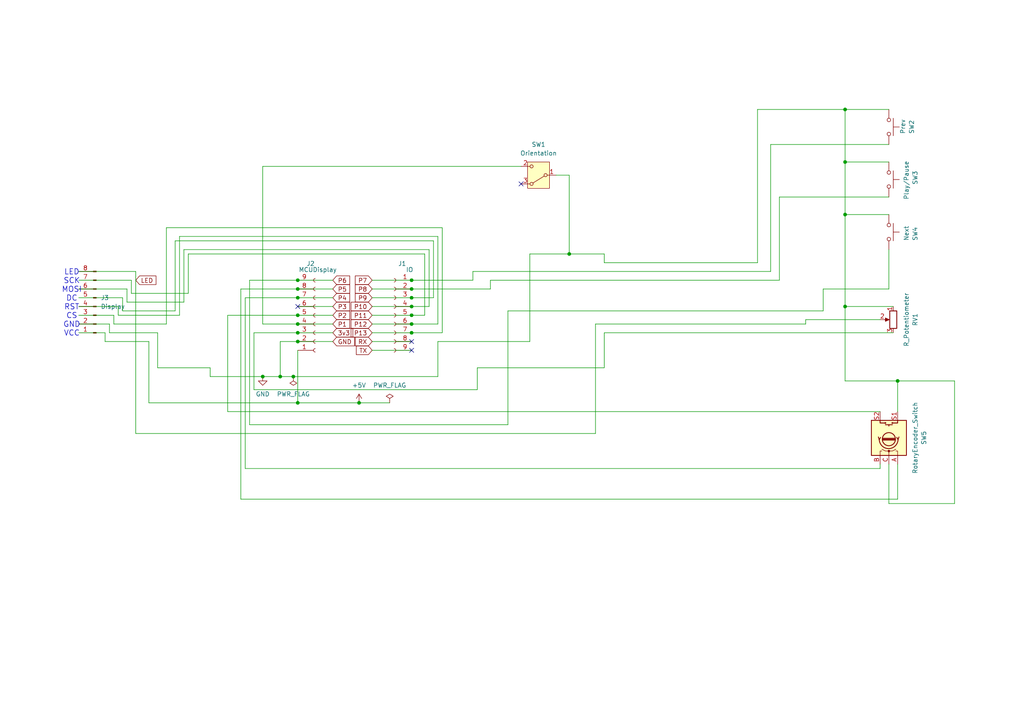
<source format=kicad_sch>
(kicad_sch (version 20250114) (generator "eeschema") (generator_version "9.0")
  (paper "A4")
  (lib_symbols
    (symbol "Connector:Conn_01x08_Pin" (pin_names (offset 1.016) (hide yes))
      (property "Reference" "J" (at 0 10.16 0))
      (property "Value" "Conn_01x08_Pin" (at 0 -12.7 0))
      (symbol "Conn_01x08_Pin_1_1"
        (rectangle (start 0.8636 7.747) (end 0 7.493) (stroke (width 0.1524)) (fill (type outline)))
        (rectangle (start 0.8636 5.207) (end 0 4.953) (stroke (width 0.1524)) (fill (type outline)))
        (rectangle (start 0.8636 2.667) (end 0 2.413) (stroke (width 0.1524)) (fill (type outline)))
        (rectangle (start 0.8636 0.127) (end 0 -0.127) (stroke (width 0.1524)) (fill (type outline)))
        (rectangle (start 0.8636 -2.413) (end 0 -2.667) (stroke (width 0.1524)) (fill (type outline)))
        (rectangle (start 0.8636 -4.953) (end 0 -5.207) (stroke (width 0.1524)) (fill (type outline)))
        (rectangle (start 0.8636 -7.493) (end 0 -7.747) (stroke (width 0.1524)) (fill (type outline)))
        (rectangle (start 0.8636 -10.033) (end 0 -10.287) (stroke (width 0.1524)) (fill (type outline)))
        (polyline (pts (xy 1.27 7.62) (xy 0.8636 7.62)) (stroke (width 0.1524)))
        (polyline (pts (xy 1.27 5.08) (xy 0.8636 5.08)) (stroke (width 0.1524)))
        (polyline (pts (xy 1.27 2.54) (xy 0.8636 2.54)) (stroke (width 0.1524)))
        (polyline (pts (xy 1.27 0) (xy 0.8636 0)) (stroke (width 0.1524)))
        (polyline (pts (xy 1.27 -2.54) (xy 0.8636 -2.54)) (stroke (width 0.1524)))
        (polyline (pts (xy 1.27 -5.08) (xy 0.8636 -5.08)) (stroke (width 0.1524)))
        (polyline (pts (xy 1.27 -7.62) (xy 0.8636 -7.62)) (stroke (width 0.1524)))
        (polyline (pts (xy 1.27 -10.16) (xy 0.8636 -10.16)) (stroke (width 0.1524)))
        (pin passive line (at 5.08 7.62 180) (length 3.81) (name "Pin_1") (number "1"))
        (pin passive line (at 5.08 5.08 180) (length 3.81) (name "Pin_2") (number "2"))
        (pin passive line (at 5.08 2.54 180) (length 3.81) (name "Pin_3") (number "3"))
        (pin passive line (at 5.08 0 180) (length 3.81) (name "Pin_4") (number "4"))
        (pin passive line (at 5.08 -2.54 180) (length 3.81) (name "Pin_5") (number "5"))
        (pin passive line (at 5.08 -5.08 180) (length 3.81) (name "Pin_6") (number "6"))
        (pin passive line (at 5.08 -7.62 180) (length 3.81) (name "Pin_7") (number "7"))
        (pin passive line (at 5.08 -10.16 180) (length 3.81) (name "Pin_8") (number "8"))
      )
    )
    (symbol "Connector:Conn_01x09_Socket" (pin_names (offset 1.016) (hide yes))
      (property "Reference" "J" (at 0 12.7 0))
      (property "Value" "Conn_01x09_Socket" (at 0 -12.7 0))
      (symbol "Conn_01x09_Socket_1_1"
        (polyline (pts (xy -1.27 10.16) (xy -0.508 10.16)) (stroke (width 0.1524)))
        (polyline (pts (xy -1.27 7.62) (xy -0.508 7.62)) (stroke (width 0.1524)))
        (polyline (pts (xy -1.27 5.08) (xy -0.508 5.08)) (stroke (width 0.1524)))
        (polyline (pts (xy -1.27 2.54) (xy -0.508 2.54)) (stroke (width 0.1524)))
        (polyline (pts (xy -1.27 0) (xy -0.508 0)) (stroke (width 0.1524)))
        (polyline (pts (xy -1.27 -2.54) (xy -0.508 -2.54)) (stroke (width 0.1524)))
        (polyline (pts (xy -1.27 -5.08) (xy -0.508 -5.08)) (stroke (width 0.1524)))
        (polyline (pts (xy -1.27 -7.62) (xy -0.508 -7.62)) (stroke (width 0.1524)))
        (polyline (pts (xy -1.27 -10.16) (xy -0.508 -10.16)) (stroke (width 0.1524)))
        (arc (start 0 9.652) (mid -0.5058 10.16) (end 0 10.668) (stroke (width 0.1524)))
        (arc (start 0 7.112) (mid -0.5058 7.62) (end 0 8.128) (stroke (width 0.1524)))
        (arc (start 0 4.572) (mid -0.5058 5.08) (end 0 5.588) (stroke (width 0.1524)))
        (arc (start 0 2.032) (mid -0.5058 2.54) (end 0 3.048) (stroke (width 0.1524)))
        (arc (start 0 -0.508) (mid -0.5058 0) (end 0 0.508) (stroke (width 0.1524)))
        (arc (start 0 -3.048) (mid -0.5058 -2.54) (end 0 -2.032) (stroke (width 0.1524)))
        (arc (start 0 -5.588) (mid -0.5058 -5.08) (end 0 -4.572) (stroke (width 0.1524)))
        (arc (start 0 -8.128) (mid -0.5058 -7.62) (end 0 -7.112) (stroke (width 0.1524)))
        (arc (start 0 -10.668) (mid -0.5058 -10.16) (end 0 -9.652) (stroke (width 0.1524)))
        (pin passive line (at -5.08 10.16 0) (length 3.81) (name "Pin_1") (number "1"))
        (pin passive line (at -5.08 7.62 0) (length 3.81) (name "Pin_2") (number "2"))
        (pin passive line (at -5.08 5.08 0) (length 3.81) (name "Pin_3") (number "3"))
        (pin passive line (at -5.08 2.54 0) (length 3.81) (name "Pin_4") (number "4"))
        (pin passive line (at -5.08 0 0) (length 3.81) (name "Pin_5") (number "5"))
        (pin passive line (at -5.08 -2.54 0) (length 3.81) (name "Pin_6") (number "6"))
        (pin passive line (at -5.08 -5.08 0) (length 3.81) (name "Pin_7") (number "7"))
        (pin passive line (at -5.08 -7.62 0) (length 3.81) (name "Pin_8") (number "8"))
        (pin passive line (at -5.08 -10.16 0) (length 3.81) (name "Pin_9") (number "9"))
      )
    )
    (symbol "Device:R_Potentiometer" (pin_names (offset 1.016) (hide yes))
      (property "Reference" "RV" (at -4.445 0 90))
      (property "Value" "R_Potentiometer" (at -2.54 0 90))
      (symbol "R_Potentiometer_0_1"
        (rectangle (start 1.016 2.54) (end -1.016 -2.54) (stroke (width 0.254)))
        (polyline (pts (xy 1.143 0) (xy 2.286 0.508) (xy 2.286 -0.508) (xy 1.143 0)) (fill (type outline)))
        (polyline (pts (xy 2.54 0) (xy 1.524 0)))
      )
      (symbol "R_Potentiometer_1_1"
        (pin passive line (at 0 3.81 270) (length 1.27) (name "1") (number "1"))
        (pin passive line (at 0 -3.81 90) (length 1.27) (name "3") (number "3"))
        (pin passive line (at 3.81 0 180) (length 1.27) (name "2") (number "2"))
      )
    )
    (symbol "Device:RotaryEncoder_Switch" (pin_names (offset 0.254) (hide yes))
      (property "Reference" "SW" (at 0 6.604 0))
      (property "Value" "RotaryEncoder_Switch" (at 0 -6.604 0))
      (symbol "RotaryEncoder_Switch_0_1"
        (rectangle (start -5.08 5.08) (end 5.08 -5.08) (stroke (width 0.254)) (fill (type background)))
        (polyline (pts (xy -5.08 2.54) (xy -3.81 2.54) (xy -3.81 2.032)))
        (polyline (pts (xy -5.08 0) (xy -3.81 0) (xy -3.81 -1.016) (xy -3.302 -2.032)))
        (polyline (pts (xy -5.08 -2.54) (xy -3.81 -2.54) (xy -3.81 -2.032)))
        (polyline (pts (xy -4.318 0) (xy -3.81 0) (xy -3.81 1.016) (xy -3.302 2.032)))
        (circle (center -3.81 0) (radius 0.254) (fill (type outline)))
        (polyline (pts (xy -0.635 -1.778) (xy -0.635 1.778)) (stroke (width 0.254)))
        (circle (center -0.381 0) (radius 1.905) (stroke (width 0.254)))
        (polyline (pts (xy -0.381 -1.778) (xy -0.381 1.778)) (stroke (width 0.254)))
        (arc (start -0.381 -2.794) (mid -3.0988 -0.0635) (end -0.381 2.667) (stroke (width 0.254)))
        (polyline (pts (xy -0.127 1.778) (xy -0.127 -1.778)) (stroke (width 0.254)))
        (polyline (pts (xy 0.254 2.921) (xy -0.508 2.667) (xy 0.127 2.286)) (stroke (width 0.254)))
        (polyline (pts (xy 0.254 -3.048) (xy -0.508 -2.794) (xy 0.127 -2.413)) (stroke (width 0.254)))
        (polyline (pts (xy 3.81 1.016) (xy 3.81 -1.016)) (stroke (width 0.254)))
        (polyline (pts (xy 3.81 0) (xy 3.429 0)) (stroke (width 0.254)))
        (circle (center 4.318 1.016) (radius 0.127) (stroke (width 0.254)))
        (circle (center 4.318 -1.016) (radius 0.127) (stroke (width 0.254)))
        (polyline (pts (xy 5.08 2.54) (xy 4.318 2.54) (xy 4.318 1.016)) (stroke (width 0.254)))
        (polyline (pts (xy 5.08 -2.54) (xy 4.318 -2.54) (xy 4.318 -1.016)) (stroke (width 0.254)))
      )
      (symbol "RotaryEncoder_Switch_1_1"
        (pin passive line (at -7.62 2.54 0) (length 2.54) (name "A") (number "A"))
        (pin passive line (at -7.62 0 0) (length 2.54) (name "C") (number "C"))
        (pin passive line (at -7.62 -2.54 0) (length 2.54) (name "B") (number "B"))
        (pin passive line (at 7.62 2.54 180) (length 2.54) (name "S1") (number "S1"))
        (pin passive line (at 7.62 -2.54 180) (length 2.54) (name "S2") (number "S2"))
      )
    )
    (symbol "Switch:SW_Push" (pin_numbers (hide yes)) (pin_names (offset 1.016) (hide yes))
      (property "Reference" "SW" (at 1.27 2.54 0))
      (property "Value" "SW_Push" (at 0 -1.524 0))
      (symbol "SW_Push_0_1"
        (circle (center -2.032 0) (radius 0.508))
        (polyline (pts (xy 0 1.27) (xy 0 3.048)))
        (circle (center 2.032 0) (radius 0.508))
        (polyline (pts (xy 2.54 1.27) (xy -2.54 1.27)))
        (pin passive line (at -5.08 0 0) (length 2.54) (name "1") (number "1"))
        (pin passive line (at 5.08 0 180) (length 2.54) (name "2") (number "2"))
      )
    )
    (symbol "Switch:SW_Wuerth_450301014042" (pin_names (offset 1) (hide yes))
      (property "Reference" "SW" (at 0 5.08 0))
      (property "Value" "SW_Wuerth_450301014042" (at 0 -5.08 0))
      (symbol "SW_Wuerth_450301014042_0_1"
        (circle (center -2.032 0) (radius 0.4572))
        (polyline (pts (xy -1.651 0.254) (xy 1.651 2.286)))
        (circle (center 2.032 2.54) (radius 0.4572))
        (circle (center 2.032 -2.54) (radius 0.4572))
      )
      (symbol "SW_Wuerth_450301014042_1_1"
        (rectangle (start -3.175 3.81) (end 3.175 -3.81) (fill (type background)))
        (pin passive line (at -5.08 0 0) (length 2.54) (name "B") (number "1"))
        (pin passive line (at 5.08 2.54 180) (length 2.54) (name "A") (number "3"))
        (pin passive line (at 5.08 -2.54 180) (length 2.54) (name "C") (number "2"))
      )
    )
    (symbol "power:+5V" (power) (pin_numbers (hide yes)) (pin_names (offset 0) (hide yes))
      (property "Value" "+5V" (at 0 3.556 0))
      (symbol "+5V_0_1"
        (polyline (pts (xy -0.762 1.27) (xy 0 2.54)))
        (polyline (pts (xy 0 2.54) (xy 0.762 1.27)))
        (polyline (pts (xy 0 0) (xy 0 2.54)))
      )
      (symbol "+5V_1_1"
        (pin power_in line (at 0 0 90) (length 0) (name "~") (number "1"))
      )
    )
    (symbol "power:GND" (power) (pin_numbers (hide yes)) (pin_names (offset 0) (hide yes))
      (property "Value" "GND" (at 0 -3.81 0))
      (symbol "GND_0_1"
        (polyline (pts (xy 0 0) (xy 0 -1.27) (xy 1.27 -1.27) (xy 0 -2.54) (xy -1.27 -1.27) (xy 0 -1.27)))
      )
      (symbol "GND_1_1"
        (pin power_in line (at 0 0 270) (length 0) (name "~") (number "1"))
      )
    )
    (symbol "power:PWR_FLAG" (power) (pin_numbers (hide yes)) (pin_names (offset 0) (hide yes))
      (property "Value" "PWR_FLAG" (at 0 3.81 0))
      (symbol "PWR_FLAG_0_0"
        (pin power_out line (at 0 0 90) (length 0) (name "~") (number "1"))
      )
      (symbol "PWR_FLAG_0_1"
        (polyline (pts (xy 0 0) (xy 0 1.27) (xy -1.016 1.905) (xy 0 2.54) (xy 1.016 1.905) (xy 0 1.27)))
      )
    )
  )
  (text "LED\nSCK\nMOSI\nDC\nRST\nCS\nGND\nVCC" (at 20.828 87.884 0) (effects (font (size 1.5748 1.5748))))
  (junction (at 86.36 86.36))
  (junction (at 86.36 83.82))
  (junction (at 85.09 109.22))
  (junction (at 86.36 91.44))
  (junction (at 119.38 83.82))
  (junction (at 86.36 99.06))
  (junction (at 165.1 73.66))
  (junction (at 119.38 93.98))
  (junction (at 119.38 86.36))
  (junction (at 245.11 62.23))
  (junction (at 86.36 96.52))
  (junction (at 119.38 91.44))
  (junction (at 86.36 93.98))
  (junction (at 86.36 116.84))
  (junction (at 245.11 46.99))
  (junction (at 86.36 81.28))
  (junction (at 119.38 81.28))
  (junction (at 245.11 31.75))
  (junction (at 260.35 110.49))
  (junction (at 119.38 88.9))
  (junction (at 104.14 116.84))
  (junction (at 76.2 109.22))
  (junction (at 245.11 88.9))
  (junction (at 81.28 109.22))
  (junction (at 119.38 96.52))
  (no_connect (at 119.38 101.6))
  (no_connect (at 151.13 53.34))
  (no_connect (at 86.36 88.9))
  (no_connect (at 119.38 99.06))
  (wire (pts (xy 35.56 86.36) (xy 35.56 90.17)))
  (wire (pts (xy 86.36 83.82) (xy 96.52 83.82)))
  (wire (pts (xy 245.11 31.75) (xy 257.81 31.75)))
  (wire (pts (xy 52.07 68.58) (xy 127 68.58)))
  (wire (pts (xy 31.75 93.98) (xy 31.75 96.52)))
  (wire (pts (xy 73.66 113.03) (xy 73.66 96.52)))
  (wire (pts (xy 86.36 116.84) (xy 104.14 116.84)))
  (wire (pts (xy 81.28 99.06) (xy 81.28 109.22)))
  (wire (pts (xy 219.71 76.2) (xy 219.71 31.75)))
  (wire (pts (xy 86.36 101.6) (xy 86.36 116.84)))
  (wire (pts (xy 39.37 78.74) (xy 39.37 125.73)))
  (wire (pts (xy 125.73 69.85) (xy 125.73 86.36)))
  (wire (pts (xy 60.96 106.68) (xy 60.96 109.22)))
  (wire (pts (xy 30.48 99.06) (xy 43.18 99.06)))
  (wire (pts (xy 69.85 83.82) (xy 86.36 83.82)))
  (wire (pts (xy 257.81 62.23) (xy 245.11 62.23)))
  (wire (pts (xy 31.75 96.52) (xy 45.72 96.52)))
  (wire (pts (xy 86.36 91.44) (xy 96.52 91.44)))
  (wire (pts (xy 69.85 83.82) (xy 69.85 144.78)))
  (wire (pts (xy 50.8 69.85) (xy 50.8 90.17)))
  (wire (pts (xy 71.12 135.89) (xy 255.27 135.89)))
  (wire (pts (xy 38.1 81.28) (xy 38.1 85.09)))
  (wire (pts (xy 127 93.98) (xy 119.38 93.98)))
  (wire (pts (xy 255.27 135.89) (xy 255.27 134.62)))
  (wire (pts (xy 165.1 50.8) (xy 165.1 73.66)))
  (wire (pts (xy 69.85 144.78) (xy 260.35 144.78)))
  (wire (pts (xy 48.26 66.04) (xy 48.26 93.98)))
  (wire (pts (xy 72.39 81.28) (xy 72.39 123.19)))
  (wire (pts (xy 107.95 86.36) (xy 119.38 86.36)))
  (wire (pts (xy 104.14 116.84) (xy 113.03 116.84)))
  (wire (pts (xy 245.11 62.23) (xy 245.11 46.99)))
  (wire (pts (xy 76.2 48.26) (xy 151.13 48.26)))
  (wire (pts (xy 153.67 99.06) (xy 153.67 73.66)))
  (wire (pts (xy 86.36 86.36) (xy 96.52 86.36)))
  (wire (pts (xy 22.86 88.9) (xy 34.29 88.9)))
  (wire (pts (xy 107.95 81.28) (xy 119.38 81.28)))
  (wire (pts (xy 257.81 134.62) (xy 257.81 146.05)))
  (wire (pts (xy 276.86 110.49) (xy 260.35 110.49)))
  (wire (pts (xy 86.36 99.06) (xy 96.52 99.06)))
  (wire (pts (xy 245.11 46.99) (xy 245.11 31.75)))
  (wire (pts (xy 43.18 99.06) (xy 43.18 116.84)))
  (wire (pts (xy 138.43 113.03) (xy 138.43 106.68)))
  (wire (pts (xy 137.16 81.28) (xy 119.38 81.28)))
  (wire (pts (xy 147.32 90.17) (xy 147.32 123.19)))
  (wire (pts (xy 233.68 92.71) (xy 233.68 93.98)))
  (wire (pts (xy 107.95 101.6) (xy 119.38 101.6)))
  (wire (pts (xy 255.27 92.71) (xy 233.68 92.71)))
  (wire (pts (xy 107.95 91.44) (xy 119.38 91.44)))
  (wire (pts (xy 226.06 57.15) (xy 226.06 81.28)))
  (wire (pts (xy 153.67 73.66) (xy 165.1 73.66)))
  (wire (pts (xy 138.43 113.03) (xy 73.66 113.03)))
  (wire (pts (xy 124.46 72.39) (xy 124.46 88.9)))
  (wire (pts (xy 175.26 76.2) (xy 219.71 76.2)))
  (wire (pts (xy 71.12 86.36) (xy 86.36 86.36)))
  (wire (pts (xy 86.36 81.28) (xy 96.52 81.28)))
  (wire (pts (xy 172.72 93.98) (xy 233.68 93.98)))
  (wire (pts (xy 257.81 83.82) (xy 238.76 83.82)))
  (wire (pts (xy 52.07 68.58) (xy 52.07 91.44)))
  (wire (pts (xy 53.34 72.39) (xy 124.46 72.39)))
  (wire (pts (xy 66.04 119.38) (xy 66.04 91.44)))
  (wire (pts (xy 125.73 86.36) (xy 119.38 86.36)))
  (wire (pts (xy 38.1 85.09) (xy 54.61 85.09)))
  (wire (pts (xy 53.34 87.63) (xy 53.34 72.39)))
  (wire (pts (xy 276.86 146.05) (xy 276.86 110.49)))
  (wire (pts (xy 165.1 73.66) (xy 175.26 73.66)))
  (wire (pts (xy 147.32 123.19) (xy 72.39 123.19)))
  (wire (pts (xy 86.36 96.52) (xy 96.52 96.52)))
  (wire (pts (xy 223.52 41.91) (xy 223.52 78.74)))
  (wire (pts (xy 127 99.06) (xy 127 109.22)))
  (wire (pts (xy 81.28 109.22) (xy 85.09 109.22)))
  (wire (pts (xy 22.86 83.82) (xy 36.83 83.82)))
  (wire (pts (xy 86.36 88.9) (xy 96.52 88.9)))
  (wire (pts (xy 226.06 81.28) (xy 142.24 81.28)))
  (wire (pts (xy 33.02 91.44) (xy 33.02 93.98)))
  (wire (pts (xy 76.2 109.22) (xy 60.96 109.22)))
  (wire (pts (xy 175.26 96.52) (xy 259.08 96.52)))
  (wire (pts (xy 22.86 96.52) (xy 30.48 96.52)))
  (wire (pts (xy 127 68.58) (xy 127 93.98)))
  (wire (pts (xy 260.35 134.62) (xy 260.35 144.78)))
  (wire (pts (xy 257.81 72.39) (xy 257.81 83.82)))
  (wire (pts (xy 76.2 109.22) (xy 81.28 109.22)))
  (wire (pts (xy 245.11 62.23) (xy 245.11 88.9)))
  (wire (pts (xy 36.83 87.63) (xy 53.34 87.63)))
  (wire (pts (xy 22.86 78.74) (xy 39.37 78.74)))
  (wire (pts (xy 107.95 96.52) (xy 119.38 96.52)))
  (wire (pts (xy 138.43 106.68) (xy 175.26 106.68)))
  (wire (pts (xy 137.16 78.74) (xy 223.52 78.74)))
  (wire (pts (xy 147.32 90.17) (xy 238.76 90.17)))
  (wire (pts (xy 107.95 88.9) (xy 119.38 88.9)))
  (wire (pts (xy 260.35 110.49) (xy 245.11 110.49)))
  (wire (pts (xy 86.36 99.06) (xy 81.28 99.06)))
  (wire (pts (xy 36.83 83.82) (xy 36.83 87.63)))
  (wire (pts (xy 127 99.06) (xy 153.67 99.06)))
  (wire (pts (xy 22.86 93.98) (xy 31.75 93.98)))
  (wire (pts (xy 107.95 99.06) (xy 119.38 99.06)))
  (wire (pts (xy 107.95 93.98) (xy 119.38 93.98)))
  (wire (pts (xy 73.66 96.52) (xy 86.36 96.52)))
  (wire (pts (xy 257.81 41.91) (xy 223.52 41.91)))
  (wire (pts (xy 257.81 146.05) (xy 276.86 146.05)))
  (wire (pts (xy 137.16 78.74) (xy 137.16 81.28)))
  (wire (pts (xy 34.29 91.44) (xy 52.07 91.44)))
  (wire (pts (xy 245.11 88.9) (xy 245.11 110.49)))
  (wire (pts (xy 48.26 66.04) (xy 128.27 66.04)))
  (wire (pts (xy 128.27 66.04) (xy 128.27 96.52)))
  (wire (pts (xy 107.95 83.82) (xy 119.38 83.82)))
  (wire (pts (xy 66.04 119.38) (xy 255.27 119.38)))
  (wire (pts (xy 257.81 57.15) (xy 226.06 57.15)))
  (wire (pts (xy 35.56 90.17) (xy 50.8 90.17)))
  (wire (pts (xy 172.72 125.73) (xy 39.37 125.73)))
  (wire (pts (xy 45.72 96.52) (xy 45.72 106.68)))
  (wire (pts (xy 128.27 96.52) (xy 119.38 96.52)))
  (wire (pts (xy 142.24 81.28) (xy 142.24 83.82)))
  (wire (pts (xy 238.76 83.82) (xy 238.76 90.17)))
  (wire (pts (xy 123.19 91.44) (xy 119.38 91.44)))
  (wire (pts (xy 161.29 50.8) (xy 165.1 50.8)))
  (wire (pts (xy 66.04 91.44) (xy 86.36 91.44)))
  (wire (pts (xy 124.46 88.9) (xy 119.38 88.9)))
  (wire (pts (xy 22.86 91.44) (xy 33.02 91.44)))
  (wire (pts (xy 71.12 135.89) (xy 71.12 86.36)))
  (wire (pts (xy 127 109.22) (xy 85.09 109.22)))
  (wire (pts (xy 45.72 106.68) (xy 60.96 106.68)))
  (wire (pts (xy 245.11 88.9) (xy 259.08 88.9)))
  (wire (pts (xy 50.8 69.85) (xy 125.73 69.85)))
  (wire (pts (xy 54.61 73.66) (xy 123.19 73.66)))
  (wire (pts (xy 142.24 83.82) (xy 119.38 83.82)))
  (wire (pts (xy 54.61 85.09) (xy 54.61 73.66)))
  (wire (pts (xy 34.29 88.9) (xy 34.29 91.44)))
  (wire (pts (xy 22.86 86.36) (xy 35.56 86.36)))
  (wire (pts (xy 22.86 81.28) (xy 38.1 81.28)))
  (wire (pts (xy 175.26 76.2) (xy 175.26 73.66)))
  (wire (pts (xy 86.36 93.98) (xy 96.52 93.98)))
  (wire (pts (xy 72.39 81.28) (xy 86.36 81.28)))
  (wire (pts (xy 43.18 116.84) (xy 86.36 116.84)))
  (wire (pts (xy 260.35 119.38) (xy 260.35 110.49)))
  (wire (pts (xy 257.81 46.99) (xy 245.11 46.99)))
  (wire (pts (xy 30.48 96.52) (xy 30.48 99.06)))
  (wire (pts (xy 33.02 93.98) (xy 48.26 93.98)))
  (wire (pts (xy 175.26 106.68) (xy 175.26 96.52)))
  (wire (pts (xy 123.19 73.66) (xy 123.19 91.44)))
  (wire (pts (xy 76.2 48.26) (xy 76.2 93.98)))
  (wire (pts (xy 76.2 93.98) (xy 86.36 93.98)))
  (wire (pts (xy 219.71 31.75) (xy 245.11 31.75)))
  (wire (pts (xy 172.72 93.98) (xy 172.72 125.73)))
  (global_label "P1" (shape input) (at 96.52 93.98 0) (property "Intersheetrefs" "${INTERSHEET_REFS}" (effects (hide yes))))
  (global_label "P12" (shape input) (at 107.95 93.98 180) (property "Intersheetrefs" "${INTERSHEET_REFS}" (effects (hide yes))))
  (global_label "P9" (shape input) (at 107.95 86.36 180) (property "Intersheetrefs" "${INTERSHEET_REFS}" (effects (hide yes))))
  (global_label "P4" (shape input) (at 96.52 86.36 0) (property "Intersheetrefs" "${INTERSHEET_REFS}" (effects (hide yes))))
  (global_label "P7" (shape input) (at 107.95 81.28 180) (property "Intersheetrefs" "${INTERSHEET_REFS}" (effects (hide yes))))
  (global_label "P10" (shape input) (at 107.95 88.9 180) (property "Intersheetrefs" "${INTERSHEET_REFS}" (effects (hide yes))))
  (global_label "P2" (shape input) (at 96.52 91.44 0) (property "Intersheetrefs" "${INTERSHEET_REFS}" (effects (hide yes))))
  (global_label "RX" (shape input) (at 107.95 99.06 180) (property "Intersheetrefs" "${INTERSHEET_REFS}" (effects (hide yes))))
  (global_label "P5" (shape input) (at 96.52 83.82 0) (property "Intersheetrefs" "${INTERSHEET_REFS}" (effects (hide yes))))
  (global_label "P6" (shape input) (at 96.52 81.28 0) (property "Intersheetrefs" "${INTERSHEET_REFS}" (effects (hide yes))))
  (global_label "P3" (shape input) (at 96.52 88.9 0) (property "Intersheetrefs" "${INTERSHEET_REFS}" (effects (hide yes))))
  (global_label "LED" (shape input) (at 39.37 81.28 0) (property "Intersheetrefs" "${INTERSHEET_REFS}" (effects (hide yes))))
  (global_label "P13" (shape input) (at 107.95 96.52 180) (property "Intersheetrefs" "${INTERSHEET_REFS}" (effects (hide yes))))
  (global_label "P11" (shape input) (at 107.95 91.44 180) (property "Intersheetrefs" "${INTERSHEET_REFS}" (effects (hide yes))))
  (global_label "GND" (shape input) (at 96.52 99.06 0) (property "Intersheetrefs" "${INTERSHEET_REFS}" (effects (hide yes))))
  (global_label "P8" (shape input) (at 107.95 83.82 180) (property "Intersheetrefs" "${INTERSHEET_REFS}" (effects (hide yes))))
  (global_label "3v3" (shape input) (at 96.52 96.52 0) (property "Intersheetrefs" "${INTERSHEET_REFS}" (effects (hide yes))))
  (global_label "TX" (shape input) (at 107.95 101.6 180) (property "Intersheetrefs" "${INTERSHEET_REFS}" (effects (hide yes))))
  (symbol (lib_id "Device:RotaryEncoder_Switch") (at 257.81 127 270) (mirror x) (unit 1)
    (property "Reference" "SW5" (at 267.97 127 0))
    (property "Value" "RotaryEncoder_Switch" (at 265.43 127 0))
    (property "Footprint" "Rotary_Encoder:RotaryEncoder_Alps_EC11E-Switch_Vertical_H20mm" (effects (hide yes)))
    (property "Description" "Rotary encoder, dual channel, incremental quadrate outputs, with switch" (effects (hide yes)))
  )
  (symbol (lib_id "Switch:SW_Wuerth_450301014042") (at 156.21 50.8 180) (unit 1)
    (property "Reference" "SW1" (at 156.21 41.91 0))
    (property "Value" "Orientation" (at 156.21 44.45 0))
    (property "Footprint" "Button_Switch_THT:SW_Slide-03_Wuerth-WS-SLTV_10x2.5x6.4_P2.54mm" (effects (hide yes)))
    (property "Datasheet" "https://www.we-online.com/components/products/datasheet/450301014042.pdf" (effects (hide yes)))
    (property "Description" "Switch slide, single pole double throw" (effects (hide yes)))
  )
  (symbol (lib_id "Connector:Conn_01x09_Socket") (at 114.3 91.44 0) (mirror y) (unit 1)
    (property "Reference" "J1" (at 117.856 76.454 0) (effects (justify left)))
    (property "Value" "IO" (at 119.888 78.232 0) (effects (justify left)))
    (property "Footprint" "Connector_PinSocket_2.54mm:PinSocket_1x09_P2.54mm_Vertical" (effects (hide yes)))
    (property "Description" "Generic connector, single row, 01x09, script generated" (effects (hide yes)))
  )
  (symbol (lib_id "Switch:SW_Push") (at 257.81 52.07 270) (mirror x) (unit 1)
    (property "Reference" "SW3" (at 265.43 53.594 0) (effects (justify left)))
    (property "Value" "Play/Pause" (at 262.89 57.912 0) (effects (justify left)))
    (property "Footprint" "keyswitches:Kailh_socket_MX_PG1350" (effects (hide yes)))
    (property "Description" "Push button switch, generic, two pins" (effects (hide yes)))
  )
  (symbol (lib_id "Device:R_Potentiometer") (at 259.08 92.71 0) (mirror y) (unit 1)
    (property "Reference" "RV1" (at 265.43 92.71 90))
    (property "Value" "R_Potentiometer" (at 262.89 92.71 90))
    (property "Footprint" "Potentiometer_THT:Potentiometer_Alps_RK09K_Single_Vertical" (effects (hide yes)))
    (property "Description" "Potentiometer" (effects (hide yes)))
  )
  (symbol (lib_id "power:+5V") (at 104.14 116.84 0) (unit 1)
    (property "Reference" "#PWR02" (effects (hide yes)))
    (property "Value" "+5V" (at 104.14 111.76 0))
    (property "Description" "Power symbol creates a global label with name \"+5V\"" (effects (hide yes)))
  )
  (symbol (lib_id "Connector:Conn_01x08_Pin") (at 27.94 88.9 180) (unit 1)
    (property "Reference" "J3" (at 29.21 86.3599 0) (effects (justify right)))
    (property "Value" "Display" (at 29.21 88.8999 0) (effects (justify right)))
    (property "Footprint" "Connector_PinSocket_2.54mm:PinSocket_1x08_P2.54mm_Horizontal" (effects (hide yes)))
    (property "Description" "Generic connector, single row, 01x08, script generated" (effects (hide yes)))
  )
  (symbol (lib_id "Switch:SW_Push") (at 257.81 67.31 270) (mirror x) (unit 1)
    (property "Reference" "SW4" (at 265.43 69.85 0) (effects (justify left)))
    (property "Value" "Next" (at 262.89 69.85 0) (effects (justify left)))
    (property "Footprint" "keyswitches:Kailh_socket_MX_PG1350" (effects (hide yes)))
    (property "Description" "Push button switch, generic, two pins" (effects (hide yes)))
  )
  (symbol (lib_id "Switch:SW_Push") (at 257.81 36.83 270) (mirror x) (unit 1)
    (property "Reference" "SW2" (at 264.414 38.862 0) (effects (justify left)))
    (property "Value" "Prev" (at 261.874 38.862 0) (effects (justify left)))
    (property "Footprint" "keyswitches:Kailh_socket_MX_PG1350" (effects (hide yes)))
    (property "Description" "Push button switch, generic, two pins" (effects (hide yes)))
  )
  (symbol (lib_id "power:PWR_FLAG") (at 85.09 109.22 180) (unit 1)
    (property "Reference" "#FLG02" (effects (hide yes)))
    (property "Value" "PWR_FLAG" (at 85.09 114.3 0))
    (property "Description" "Special symbol for telling ERC where power comes from" (effects (hide yes)))
  )
  (symbol (lib_id "Connector:Conn_01x09_Socket") (at 91.44 91.44 0) (mirror x) (unit 1)
    (property "Reference" "J2" (at 88.9 76.454 0) (effects (justify left)))
    (property "Value" "MCUDisplay" (at 86.614 78.232 0) (effects (justify left)))
    (property "Footprint" "Connector_PinSocket_2.54mm:PinSocket_1x09_P2.54mm_Vertical" (effects (hide yes)))
    (property "Description" "Generic connector, single row, 01x09, script generated" (effects (hide yes)))
  )
  (symbol (lib_id "power:PWR_FLAG") (at 113.03 116.84 0) (unit 1)
    (property "Reference" "#FLG01" (effects (hide yes)))
    (property "Value" "PWR_FLAG" (at 113.03 111.76 0))
    (property "Description" "Special symbol for telling ERC where power comes from" (effects (hide yes)))
  )
  (symbol (lib_id "power:GND") (at 76.2 109.22 0) (unit 1)
    (property "Reference" "#PWR01" (effects (hide yes)))
    (property "Value" "GND" (at 76.2 114.3 0))
    (property "Description" "Power symbol creates a global label with name \"GND\" , ground" (effects (hide yes)))
  )
)
</source>
